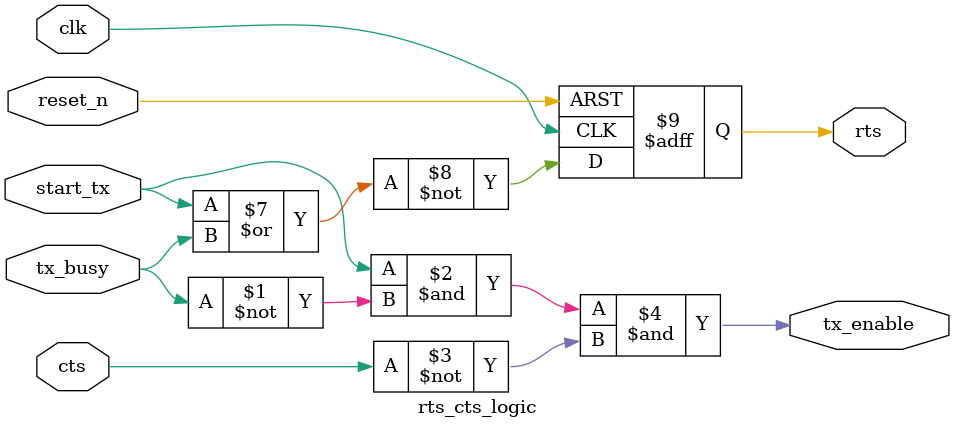
<source format=sv>
module rts_cts_logic (
    input  wire clk,        // xung APB hoặc hệ thống
    input  wire reset_n,    // reset bất đồng bộ, active LOW
    input  wire start_tx,   // pulse từ Register_Block: yêu cầu truyền
    input  wire tx_busy,    // từ UART_Transmitter: đang truyền
    input  wire cts,        // Clear-To-Send từ ngoại vi (active LOW)
    output reg  rts,        // Request-To-Send ra ngoại vi (active LOW)
    output wire tx_enable   // cấp cho UART_Transmitter
);

    // tx_enable = 1 khi:
    //  - có lệnh start_tx
    //  - UART chưa bận (tx_busy=0)
    //  - ngoại vi cho phép (cts=0 vì active LOW)
    assign tx_enable = start_tx & ~tx_busy & ~cts;

    always @(posedge clk or negedge reset_n) begin
        if (!reset_n) begin
            // reset ⇒ de-assert RTS (1)
            rts <= 1'b1;
        end else begin
            // assert RTS (0) khi mới có start_tx hoặc còn tx_busy;
            // de-assert (1) khi không còn yêu cầu gửi nữa (start_tx=0) và UART không bận (tx_busy=0)
            rts <= ~(start_tx | tx_busy);
        end
    end

endmodule

</source>
